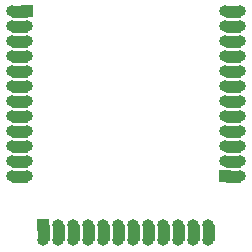
<source format=gbr>
%TF.GenerationSoftware,KiCad,Pcbnew,(5.1.10)-1*%
%TF.CreationDate,2024-03-30T22:18:20+09:00*%
%TF.ProjectId,BLEModule,424c454d-6f64-4756-9c65-2e6b69636164,rev?*%
%TF.SameCoordinates,Original*%
%TF.FileFunction,Soldermask,Bot*%
%TF.FilePolarity,Negative*%
%FSLAX46Y46*%
G04 Gerber Fmt 4.6, Leading zero omitted, Abs format (unit mm)*
G04 Created by KiCad (PCBNEW (5.1.10)-1) date 2024-03-30 22:18:20*
%MOMM*%
%LPD*%
G01*
G04 APERTURE LIST*
%ADD10C,0.035000*%
%ADD11O,1.000000X1.000000*%
%ADD12R,1.000000X1.000000*%
G04 APERTURE END LIST*
D10*
%TO.C,J2*%
G36*
X139082600Y-91944600D02*
G01*
X139082600Y-90725400D01*
X138117400Y-90725400D01*
X138117400Y-91944600D01*
X139082600Y-91944600D01*
G37*
X139082600Y-91944600D02*
X139082600Y-90725400D01*
X138117400Y-90725400D01*
X138117400Y-91944600D01*
X139082600Y-91944600D01*
G36*
X144162600Y-91944600D02*
G01*
X144162600Y-90725400D01*
X143197400Y-90725400D01*
X143197400Y-91944600D01*
X144162600Y-91944600D01*
G37*
X144162600Y-91944600D02*
X144162600Y-90725400D01*
X143197400Y-90725400D01*
X143197400Y-91944600D01*
X144162600Y-91944600D01*
G36*
X141622600Y-91944600D02*
G01*
X141622600Y-90725400D01*
X140657400Y-90725400D01*
X140657400Y-91944600D01*
X141622600Y-91944600D01*
G37*
X141622600Y-91944600D02*
X141622600Y-90725400D01*
X140657400Y-90725400D01*
X140657400Y-91944600D01*
X141622600Y-91944600D01*
G36*
X142892600Y-91944600D02*
G01*
X142892600Y-90725400D01*
X141927400Y-90725400D01*
X141927400Y-91944600D01*
X142892600Y-91944600D01*
G37*
X142892600Y-91944600D02*
X142892600Y-90725400D01*
X141927400Y-90725400D01*
X141927400Y-91944600D01*
X142892600Y-91944600D01*
G36*
X140352600Y-91944600D02*
G01*
X140352600Y-90725400D01*
X139387400Y-90725400D01*
X139387400Y-91944600D01*
X140352600Y-91944600D01*
G37*
X140352600Y-91944600D02*
X140352600Y-90725400D01*
X139387400Y-90725400D01*
X139387400Y-91944600D01*
X140352600Y-91944600D01*
G36*
X145432600Y-91944600D02*
G01*
X145432600Y-90725400D01*
X144467400Y-90725400D01*
X144467400Y-91944600D01*
X145432600Y-91944600D01*
G37*
X145432600Y-91944600D02*
X145432600Y-90725400D01*
X144467400Y-90725400D01*
X144467400Y-91944600D01*
X145432600Y-91944600D01*
G36*
X146702600Y-91944600D02*
G01*
X146702600Y-90725400D01*
X145737400Y-90725400D01*
X145737400Y-91944600D01*
X146702600Y-91944600D01*
G37*
X146702600Y-91944600D02*
X146702600Y-90725400D01*
X145737400Y-90725400D01*
X145737400Y-91944600D01*
X146702600Y-91944600D01*
G36*
X147972600Y-91944600D02*
G01*
X147972600Y-90725400D01*
X147007400Y-90725400D01*
X147007400Y-91944600D01*
X147972600Y-91944600D01*
G37*
X147972600Y-91944600D02*
X147972600Y-90725400D01*
X147007400Y-90725400D01*
X147007400Y-91944600D01*
X147972600Y-91944600D01*
G36*
X150512600Y-91944600D02*
G01*
X150512600Y-90725400D01*
X149547400Y-90725400D01*
X149547400Y-91944600D01*
X150512600Y-91944600D01*
G37*
X150512600Y-91944600D02*
X150512600Y-90725400D01*
X149547400Y-90725400D01*
X149547400Y-91944600D01*
X150512600Y-91944600D01*
G36*
X153052600Y-91944600D02*
G01*
X153052600Y-90725400D01*
X152087400Y-90725400D01*
X152087400Y-91944600D01*
X153052600Y-91944600D01*
G37*
X153052600Y-91944600D02*
X153052600Y-90725400D01*
X152087400Y-90725400D01*
X152087400Y-91944600D01*
X153052600Y-91944600D01*
G36*
X149242600Y-91944600D02*
G01*
X149242600Y-90725400D01*
X148277400Y-90725400D01*
X148277400Y-91944600D01*
X149242600Y-91944600D01*
G37*
X149242600Y-91944600D02*
X149242600Y-90725400D01*
X148277400Y-90725400D01*
X148277400Y-91944600D01*
X149242600Y-91944600D01*
G36*
X151782600Y-91944600D02*
G01*
X151782600Y-90725400D01*
X150817400Y-90725400D01*
X150817400Y-91944600D01*
X151782600Y-91944600D01*
G37*
X151782600Y-91944600D02*
X151782600Y-90725400D01*
X150817400Y-90725400D01*
X150817400Y-91944600D01*
X151782600Y-91944600D01*
%TO.C,J1*%
G36*
X135955400Y-73082600D02*
G01*
X137174600Y-73082600D01*
X137174600Y-72117400D01*
X135955400Y-72117400D01*
X135955400Y-73082600D01*
G37*
X135955400Y-73082600D02*
X137174600Y-73082600D01*
X137174600Y-72117400D01*
X135955400Y-72117400D01*
X135955400Y-73082600D01*
G36*
X135955400Y-78162600D02*
G01*
X137174600Y-78162600D01*
X137174600Y-77197400D01*
X135955400Y-77197400D01*
X135955400Y-78162600D01*
G37*
X135955400Y-78162600D02*
X137174600Y-78162600D01*
X137174600Y-77197400D01*
X135955400Y-77197400D01*
X135955400Y-78162600D01*
G36*
X135955400Y-75622600D02*
G01*
X137174600Y-75622600D01*
X137174600Y-74657400D01*
X135955400Y-74657400D01*
X135955400Y-75622600D01*
G37*
X135955400Y-75622600D02*
X137174600Y-75622600D01*
X137174600Y-74657400D01*
X135955400Y-74657400D01*
X135955400Y-75622600D01*
G36*
X135955400Y-76892600D02*
G01*
X137174600Y-76892600D01*
X137174600Y-75927400D01*
X135955400Y-75927400D01*
X135955400Y-76892600D01*
G37*
X135955400Y-76892600D02*
X137174600Y-76892600D01*
X137174600Y-75927400D01*
X135955400Y-75927400D01*
X135955400Y-76892600D01*
G36*
X135955400Y-74352600D02*
G01*
X137174600Y-74352600D01*
X137174600Y-73387400D01*
X135955400Y-73387400D01*
X135955400Y-74352600D01*
G37*
X135955400Y-74352600D02*
X137174600Y-74352600D01*
X137174600Y-73387400D01*
X135955400Y-73387400D01*
X135955400Y-74352600D01*
G36*
X135955400Y-79432600D02*
G01*
X137174600Y-79432600D01*
X137174600Y-78467400D01*
X135955400Y-78467400D01*
X135955400Y-79432600D01*
G37*
X135955400Y-79432600D02*
X137174600Y-79432600D01*
X137174600Y-78467400D01*
X135955400Y-78467400D01*
X135955400Y-79432600D01*
G36*
X135955400Y-80702600D02*
G01*
X137174600Y-80702600D01*
X137174600Y-79737400D01*
X135955400Y-79737400D01*
X135955400Y-80702600D01*
G37*
X135955400Y-80702600D02*
X137174600Y-80702600D01*
X137174600Y-79737400D01*
X135955400Y-79737400D01*
X135955400Y-80702600D01*
G36*
X135955400Y-81972600D02*
G01*
X137174600Y-81972600D01*
X137174600Y-81007400D01*
X135955400Y-81007400D01*
X135955400Y-81972600D01*
G37*
X135955400Y-81972600D02*
X137174600Y-81972600D01*
X137174600Y-81007400D01*
X135955400Y-81007400D01*
X135955400Y-81972600D01*
G36*
X135955400Y-84512600D02*
G01*
X137174600Y-84512600D01*
X137174600Y-83547400D01*
X135955400Y-83547400D01*
X135955400Y-84512600D01*
G37*
X135955400Y-84512600D02*
X137174600Y-84512600D01*
X137174600Y-83547400D01*
X135955400Y-83547400D01*
X135955400Y-84512600D01*
G36*
X135955400Y-87052600D02*
G01*
X137174600Y-87052600D01*
X137174600Y-86087400D01*
X135955400Y-86087400D01*
X135955400Y-87052600D01*
G37*
X135955400Y-87052600D02*
X137174600Y-87052600D01*
X137174600Y-86087400D01*
X135955400Y-86087400D01*
X135955400Y-87052600D01*
G36*
X135955400Y-83242600D02*
G01*
X137174600Y-83242600D01*
X137174600Y-82277400D01*
X135955400Y-82277400D01*
X135955400Y-83242600D01*
G37*
X135955400Y-83242600D02*
X137174600Y-83242600D01*
X137174600Y-82277400D01*
X135955400Y-82277400D01*
X135955400Y-83242600D01*
G36*
X135955400Y-85782600D02*
G01*
X137174600Y-85782600D01*
X137174600Y-84817400D01*
X135955400Y-84817400D01*
X135955400Y-85782600D01*
G37*
X135955400Y-85782600D02*
X137174600Y-85782600D01*
X137174600Y-84817400D01*
X135955400Y-84817400D01*
X135955400Y-85782600D01*
%TO.C,J3*%
G36*
X155244600Y-86087400D02*
G01*
X154025400Y-86087400D01*
X154025400Y-87052600D01*
X155244600Y-87052600D01*
X155244600Y-86087400D01*
G37*
X155244600Y-86087400D02*
X154025400Y-86087400D01*
X154025400Y-87052600D01*
X155244600Y-87052600D01*
X155244600Y-86087400D01*
G36*
X155244600Y-81007400D02*
G01*
X154025400Y-81007400D01*
X154025400Y-81972600D01*
X155244600Y-81972600D01*
X155244600Y-81007400D01*
G37*
X155244600Y-81007400D02*
X154025400Y-81007400D01*
X154025400Y-81972600D01*
X155244600Y-81972600D01*
X155244600Y-81007400D01*
G36*
X155244600Y-83547400D02*
G01*
X154025400Y-83547400D01*
X154025400Y-84512600D01*
X155244600Y-84512600D01*
X155244600Y-83547400D01*
G37*
X155244600Y-83547400D02*
X154025400Y-83547400D01*
X154025400Y-84512600D01*
X155244600Y-84512600D01*
X155244600Y-83547400D01*
G36*
X155244600Y-82277400D02*
G01*
X154025400Y-82277400D01*
X154025400Y-83242600D01*
X155244600Y-83242600D01*
X155244600Y-82277400D01*
G37*
X155244600Y-82277400D02*
X154025400Y-82277400D01*
X154025400Y-83242600D01*
X155244600Y-83242600D01*
X155244600Y-82277400D01*
G36*
X155244600Y-84817400D02*
G01*
X154025400Y-84817400D01*
X154025400Y-85782600D01*
X155244600Y-85782600D01*
X155244600Y-84817400D01*
G37*
X155244600Y-84817400D02*
X154025400Y-84817400D01*
X154025400Y-85782600D01*
X155244600Y-85782600D01*
X155244600Y-84817400D01*
G36*
X155244600Y-79737400D02*
G01*
X154025400Y-79737400D01*
X154025400Y-80702600D01*
X155244600Y-80702600D01*
X155244600Y-79737400D01*
G37*
X155244600Y-79737400D02*
X154025400Y-79737400D01*
X154025400Y-80702600D01*
X155244600Y-80702600D01*
X155244600Y-79737400D01*
G36*
X155244600Y-78467400D02*
G01*
X154025400Y-78467400D01*
X154025400Y-79432600D01*
X155244600Y-79432600D01*
X155244600Y-78467400D01*
G37*
X155244600Y-78467400D02*
X154025400Y-78467400D01*
X154025400Y-79432600D01*
X155244600Y-79432600D01*
X155244600Y-78467400D01*
G36*
X155244600Y-77197400D02*
G01*
X154025400Y-77197400D01*
X154025400Y-78162600D01*
X155244600Y-78162600D01*
X155244600Y-77197400D01*
G37*
X155244600Y-77197400D02*
X154025400Y-77197400D01*
X154025400Y-78162600D01*
X155244600Y-78162600D01*
X155244600Y-77197400D01*
G36*
X155244600Y-74657400D02*
G01*
X154025400Y-74657400D01*
X154025400Y-75622600D01*
X155244600Y-75622600D01*
X155244600Y-74657400D01*
G37*
X155244600Y-74657400D02*
X154025400Y-74657400D01*
X154025400Y-75622600D01*
X155244600Y-75622600D01*
X155244600Y-74657400D01*
G36*
X155244600Y-72117400D02*
G01*
X154025400Y-72117400D01*
X154025400Y-73082600D01*
X155244600Y-73082600D01*
X155244600Y-72117400D01*
G37*
X155244600Y-72117400D02*
X154025400Y-72117400D01*
X154025400Y-73082600D01*
X155244600Y-73082600D01*
X155244600Y-72117400D01*
G36*
X155244600Y-75927400D02*
G01*
X154025400Y-75927400D01*
X154025400Y-76892600D01*
X155244600Y-76892600D01*
X155244600Y-75927400D01*
G37*
X155244600Y-75927400D02*
X154025400Y-75927400D01*
X154025400Y-76892600D01*
X155244600Y-76892600D01*
X155244600Y-75927400D01*
G36*
X155244600Y-73387400D02*
G01*
X154025400Y-73387400D01*
X154025400Y-74352600D01*
X155244600Y-74352600D01*
X155244600Y-73387400D01*
G37*
X155244600Y-73387400D02*
X154025400Y-73387400D01*
X154025400Y-74352600D01*
X155244600Y-74352600D01*
X155244600Y-73387400D01*
%TD*%
D11*
%TO.C,J2*%
X141140000Y-90700000D03*
X151300000Y-90700000D03*
X143680000Y-90700000D03*
X146220000Y-90700000D03*
X152570000Y-90700000D03*
X150030000Y-90700000D03*
X144950000Y-90700000D03*
D12*
X138600000Y-90700000D03*
D11*
X147490000Y-90700000D03*
X148760000Y-90700000D03*
X142410000Y-90700000D03*
X139870000Y-90700000D03*
X138600000Y-91970000D03*
X151300000Y-91970000D03*
X148760000Y-91970000D03*
X147490000Y-91970000D03*
X143680000Y-91970000D03*
X150030000Y-91970000D03*
X141140000Y-91970000D03*
X144950000Y-91970000D03*
X152570000Y-91970000D03*
X146220000Y-91970000D03*
X139870000Y-91970000D03*
X142410000Y-91970000D03*
%TD*%
%TO.C,J1*%
X137200000Y-75140000D03*
X137200000Y-85300000D03*
X137200000Y-77680000D03*
X137200000Y-80220000D03*
X137200000Y-86570000D03*
X137200000Y-84030000D03*
X137200000Y-78950000D03*
D12*
X137200000Y-72600000D03*
D11*
X137200000Y-81490000D03*
X137200000Y-82760000D03*
X137200000Y-76410000D03*
X137200000Y-73870000D03*
X135930000Y-72600000D03*
X135930000Y-85300000D03*
X135930000Y-82760000D03*
X135930000Y-81490000D03*
X135930000Y-77680000D03*
X135930000Y-84030000D03*
X135930000Y-75140000D03*
X135930000Y-78950000D03*
X135930000Y-86570000D03*
X135930000Y-80220000D03*
X135930000Y-73870000D03*
X135930000Y-76410000D03*
%TD*%
%TO.C,J3*%
X154000000Y-84030000D03*
X154000000Y-73870000D03*
X154000000Y-81490000D03*
X154000000Y-78950000D03*
X154000000Y-72600000D03*
X154000000Y-75140000D03*
X154000000Y-80220000D03*
D12*
X154000000Y-86570000D03*
D11*
X154000000Y-77680000D03*
X154000000Y-76410000D03*
X154000000Y-82760000D03*
X154000000Y-85300000D03*
X155270000Y-86570000D03*
X155270000Y-73870000D03*
X155270000Y-76410000D03*
X155270000Y-77680000D03*
X155270000Y-81490000D03*
X155270000Y-75140000D03*
X155270000Y-84030000D03*
X155270000Y-80220000D03*
X155270000Y-72600000D03*
X155270000Y-78950000D03*
X155270000Y-85300000D03*
X155270000Y-82760000D03*
%TD*%
M02*

</source>
